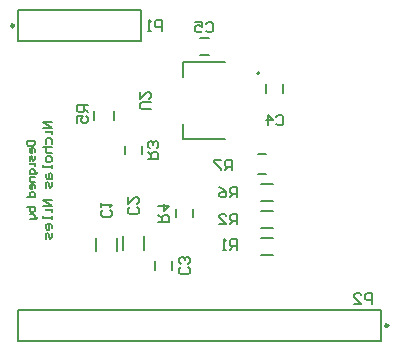
<source format=gbo>
G04*
G04 #@! TF.GenerationSoftware,Altium Limited,Altium Designer,24.8.2 (39)*
G04*
G04 Layer_Color=16776960*
%FSLAX25Y25*%
%MOIN*%
G70*
G04*
G04 #@! TF.SameCoordinates,DAEAB18A-5E43-4365-A400-F89FC780B00D*
G04*
G04*
G04 #@! TF.FilePolarity,Positive*
G04*
G01*
G75*
%ADD10C,0.00787*%
%ADD11C,0.00500*%
%ADD12C,0.00800*%
%ADD56C,0.00984*%
%ADD57C,0.00600*%
D10*
X485004Y289555D02*
G03*
X485004Y289555I-394J0D01*
G01*
X404410Y200205D02*
Y210795D01*
X525591D01*
Y200205D02*
Y210795D01*
X404410Y200205D02*
X525591D01*
X404410Y310795D02*
X445590D01*
X404410Y300205D02*
Y310795D01*
Y300205D02*
X445590D01*
Y310795D01*
X439457Y230736D02*
Y235264D01*
X446543Y230736D02*
Y235264D01*
X429654Y274122D02*
Y276878D01*
X436346Y274122D02*
Y276878D01*
X440047Y262622D02*
Y265378D01*
X445953Y262622D02*
Y265378D01*
X462953Y241622D02*
Y244378D01*
X457047Y241622D02*
Y244378D01*
X455953Y224122D02*
Y226878D01*
X450047Y224122D02*
Y226878D01*
X430457Y230335D02*
Y234665D01*
X437543Y230335D02*
Y234665D01*
X485642Y229146D02*
X489579D01*
X485642Y234854D02*
X489579D01*
X485642Y243854D02*
X489579D01*
X485642Y238146D02*
X489579D01*
X484528Y262846D02*
X487284D01*
X484528Y256153D02*
X487284D01*
X485532Y252854D02*
X489468D01*
X485532Y247146D02*
X489468D01*
X492953Y283122D02*
Y285878D01*
X487047Y283122D02*
Y285878D01*
X465240Y295547D02*
X467996D01*
X465240Y301453D02*
X467996D01*
D11*
X459610Y288413D02*
Y293295D01*
X473390D01*
X459610Y267705D02*
Y272587D01*
Y267705D02*
X473390D01*
D12*
X415700Y273494D02*
X412701D01*
X415700Y271494D01*
X412701D01*
X415700Y270495D02*
Y269495D01*
Y269995D01*
X413701D01*
Y270495D01*
Y265996D02*
Y267496D01*
X414200Y267996D01*
X415200D01*
X415700Y267496D01*
Y265996D01*
X412701Y264996D02*
X415700D01*
X414200D01*
X413701Y264497D01*
Y263497D01*
X414200Y262997D01*
X415700D01*
Y261498D02*
Y260498D01*
X415200Y259998D01*
X414200D01*
X413701Y260498D01*
Y261498D01*
X414200Y261997D01*
X415200D01*
X415700Y261498D01*
Y258998D02*
Y257999D01*
Y258499D01*
X412701D01*
Y258998D01*
X413701Y255999D02*
Y255000D01*
X414200Y254500D01*
X415700D01*
Y255999D01*
X415200Y256499D01*
X414700Y255999D01*
Y254500D01*
X415700Y253500D02*
Y252001D01*
X415200Y251501D01*
X414700Y252001D01*
Y253000D01*
X414200Y253500D01*
X413701Y253000D01*
Y251501D01*
X415700Y247502D02*
X412701D01*
X415700Y245503D01*
X412701D01*
X415700Y244503D02*
Y243503D01*
Y244003D01*
X413701D01*
Y244503D01*
X415700Y242004D02*
Y241004D01*
Y241504D01*
X412701D01*
Y242004D01*
X415700Y238005D02*
Y239005D01*
X415200Y239505D01*
X414200D01*
X413701Y239005D01*
Y238005D01*
X414200Y237505D01*
X414700D01*
Y239505D01*
X415700Y236506D02*
Y235006D01*
X415200Y234506D01*
X414700Y235006D01*
Y236006D01*
X414200Y236506D01*
X413701Y236006D01*
Y234506D01*
X448749Y277584D02*
X445834D01*
X445251Y278167D01*
Y279334D01*
X445834Y279917D01*
X448749D01*
X445251Y283416D02*
Y281083D01*
X447583Y283416D01*
X448166D01*
X448749Y282833D01*
Y281666D01*
X448166Y281083D01*
X475727Y257251D02*
Y260749D01*
X473977D01*
X473394Y260166D01*
Y259000D01*
X473977Y258417D01*
X475727D01*
X474560D02*
X473394Y257251D01*
X472228Y260749D02*
X469895D01*
Y260166D01*
X472228Y257834D01*
Y257251D01*
X477416Y248251D02*
Y251749D01*
X475666D01*
X475083Y251166D01*
Y250000D01*
X475666Y249417D01*
X477416D01*
X476249D02*
X475083Y248251D01*
X471584Y251749D02*
X472751Y251166D01*
X473917Y250000D01*
Y248834D01*
X473334Y248251D01*
X472167D01*
X471584Y248834D01*
Y249417D01*
X472167Y250000D01*
X473917D01*
X427749Y278916D02*
X424251D01*
Y277166D01*
X424834Y276583D01*
X426000D01*
X426583Y277166D01*
Y278916D01*
Y277749D02*
X427749Y276583D01*
X424251Y273084D02*
Y275417D01*
X426000D01*
X425417Y274251D01*
Y273667D01*
X426000Y273084D01*
X427166D01*
X427749Y273667D01*
Y274834D01*
X427166Y275417D01*
X451251Y240084D02*
X454749D01*
Y241834D01*
X454166Y242417D01*
X453000D01*
X452417Y241834D01*
Y240084D01*
Y241251D02*
X451251Y242417D01*
Y245333D02*
X454749D01*
X453000Y243583D01*
Y245916D01*
X447751Y261084D02*
X451249D01*
Y262834D01*
X450666Y263417D01*
X449500D01*
X448917Y262834D01*
Y261084D01*
Y262251D02*
X447751Y263417D01*
X450666Y264583D02*
X451249Y265166D01*
Y266333D01*
X450666Y266916D01*
X450083D01*
X449500Y266333D01*
Y265749D01*
Y266333D01*
X448917Y266916D01*
X448334D01*
X447751Y266333D01*
Y265166D01*
X448334Y264583D01*
X477416Y239251D02*
Y242749D01*
X475666D01*
X475083Y242166D01*
Y241000D01*
X475666Y240417D01*
X477416D01*
X476249D02*
X475083Y239251D01*
X471584D02*
X473917D01*
X471584Y241583D01*
Y242166D01*
X472167Y242749D01*
X473334D01*
X473917Y242166D01*
X477333Y230751D02*
Y234249D01*
X475583D01*
X475000Y233666D01*
Y232500D01*
X475583Y231917D01*
X477333D01*
X476166D02*
X475000Y230751D01*
X473834D02*
X472667D01*
X473251D01*
Y234249D01*
X473834Y233666D01*
X522416Y212751D02*
Y216249D01*
X520666D01*
X520083Y215666D01*
Y214500D01*
X520666Y213917D01*
X522416D01*
X516584Y212751D02*
X518917D01*
X516584Y215083D01*
Y215666D01*
X517167Y216249D01*
X518334D01*
X518917Y215666D01*
X452333Y303751D02*
Y307249D01*
X450583D01*
X450000Y306666D01*
Y305500D01*
X450583Y304917D01*
X452333D01*
X448834Y303751D02*
X447667D01*
X448251D01*
Y307249D01*
X448834Y306666D01*
X467083Y306166D02*
X467666Y306749D01*
X468833D01*
X469416Y306166D01*
Y303834D01*
X468833Y303251D01*
X467666D01*
X467083Y303834D01*
X463584Y306749D02*
X465917D01*
Y305000D01*
X464751Y305583D01*
X464167D01*
X463584Y305000D01*
Y303834D01*
X464167Y303251D01*
X465334D01*
X465917Y303834D01*
X490583Y275166D02*
X491166Y275749D01*
X492333D01*
X492916Y275166D01*
Y272834D01*
X492333Y272251D01*
X491166D01*
X490583Y272834D01*
X487667Y272251D02*
Y275749D01*
X489417Y274000D01*
X487084D01*
X461166Y224917D02*
X461749Y224334D01*
Y223167D01*
X461166Y222584D01*
X458834D01*
X458251Y223167D01*
Y224334D01*
X458834Y224917D01*
X461166Y226083D02*
X461749Y226666D01*
Y227833D01*
X461166Y228416D01*
X460583D01*
X460000Y227833D01*
Y227249D01*
Y227833D01*
X459417Y228416D01*
X458834D01*
X458251Y227833D01*
Y226666D01*
X458834Y226083D01*
X444166Y244917D02*
X444749Y244334D01*
Y243167D01*
X444166Y242584D01*
X441834D01*
X441251Y243167D01*
Y244334D01*
X441834Y244917D01*
X441251Y248416D02*
Y246083D01*
X443583Y248416D01*
X444166D01*
X444749Y247833D01*
Y246666D01*
X444166Y246083D01*
X435166Y244000D02*
X435749Y243417D01*
Y242251D01*
X435166Y241667D01*
X432834D01*
X432251Y242251D01*
Y243417D01*
X432834Y244000D01*
X432251Y245166D02*
Y246333D01*
Y245749D01*
X435749D01*
X435166Y245166D01*
D56*
X527854Y205500D02*
G03*
X527854Y205500I-492J0D01*
G01*
X403130Y305500D02*
G03*
X403130Y305500I-492J0D01*
G01*
D57*
X407568Y267121D02*
X410067D01*
Y265871D01*
X409650Y265455D01*
X407984D01*
X407568Y265871D01*
Y267121D01*
X410067Y263372D02*
Y264205D01*
X409650Y264622D01*
X408817D01*
X408401Y264205D01*
Y263372D01*
X408817Y262955D01*
X409234D01*
Y264622D01*
X410067Y262122D02*
Y260873D01*
X409650Y260456D01*
X409234Y260873D01*
Y261706D01*
X408817Y262122D01*
X408401Y261706D01*
Y260456D01*
X410067Y259623D02*
Y258790D01*
Y259207D01*
X408401D01*
Y259623D01*
X410900Y256708D02*
Y256291D01*
X410484Y255874D01*
X408401D01*
Y257124D01*
X408817Y257540D01*
X409650D01*
X410067Y257124D01*
Y255874D01*
Y255041D02*
X408401D01*
Y253792D01*
X408817Y253375D01*
X410067D01*
Y251292D02*
Y252126D01*
X409650Y252542D01*
X408817D01*
X408401Y252126D01*
Y251292D01*
X408817Y250876D01*
X409234D01*
Y252542D01*
X407568Y248377D02*
X410067D01*
Y249626D01*
X409650Y250043D01*
X408817D01*
X408401Y249626D01*
Y248377D01*
X407568Y245045D02*
X410067D01*
Y243795D01*
X409650Y243378D01*
X409234D01*
X408817D01*
X408401Y243795D01*
Y245045D01*
Y242545D02*
X409650D01*
X410067Y242129D01*
Y240879D01*
X410484D01*
X410900Y241296D01*
Y241712D01*
X410067Y240879D02*
X408401D01*
M02*

</source>
